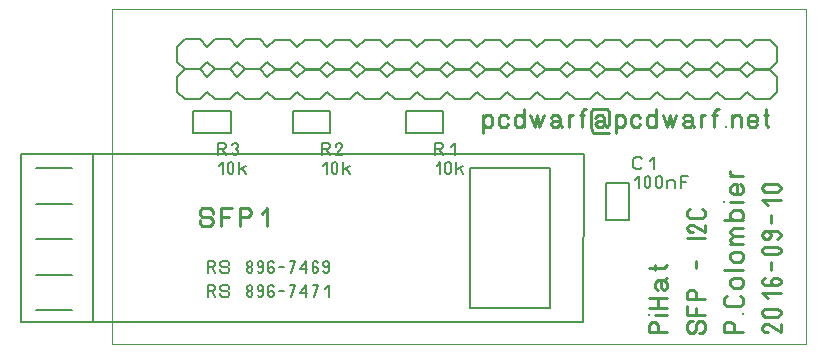
<source format=gto>
%FSLAX23Y23*%
%MOMM*%
%AMPASTRA*
21,1,$5,$6,$1+$12,$2+$13,0*
21,1,$3,$4,$1+$12,$2+$13,0*
1,1,$7,$10+$12,$11+$13*
1,1,$7,$8+$12,$11+$13*
1,1,$7,$10+$12,$9+$13*
1,1,$7,$8+$12,$9+$13*%
%ADD10C,0.3*%
%ADD11C,1*%
%ADD12C,0.2*%
%ADD13C,1.8*%
%ADD14R,1.8X1.8*%
%ADD15PASTRA,0X0X1.8X0.6X0.6X1.8X1.2X-0.3X-0.3X0.3X0.3X0X0*%
%ADD16C,0.16*%
%ADD17R,2X0.5*%
%ADD18C,2.2*%
%ADD19C,1.6*%
%ADD20C,2*%
%ADD21C,1.5*%
%ADD22C,0.8*%
%ADD23C,0.24*%
%ADD24C,1*%
%ADD25C,0.05*%
%LPD*%
G54D12*
X17680Y25650D02*
X16400Y25650D01*
G54D12*
X17680Y25650D02*
X18310Y25020D01*
G54D12*
X18310Y25020D02*
X18940Y25650D01*
G54D12*
X18940Y25650D02*
X20220Y25650D01*
G54D12*
X20220Y25650D02*
X20850Y25020D01*
G54D12*
X20850Y25020D02*
X21480Y25650D01*
G54D12*
X21480Y25650D02*
X22760Y25650D01*
G54D12*
X22760Y25650D02*
X23390Y25020D01*
G54D12*
X18310Y23740D02*
X18940Y23110D01*
G54D12*
X18940Y23110D02*
X20220Y23110D01*
G54D12*
X20220Y23110D02*
X20850Y23740D01*
G54D12*
X20850Y23740D02*
X21480Y23110D01*
G54D12*
X21480Y23110D02*
X22760Y23110D01*
G54D12*
X22760Y23110D02*
X23390Y23740D01*
G54D12*
X28470Y25000D02*
X27840Y25630D01*
G54D12*
X27840Y25630D02*
X26560Y25630D01*
G54D12*
X26560Y25630D02*
X25930Y25000D01*
G54D12*
X25930Y25000D02*
X25300Y25630D01*
G54D12*
X25300Y25630D02*
X24020Y25630D01*
G54D12*
X24020Y25630D02*
X23390Y25000D01*
G54D12*
X33550Y25000D02*
X32920Y25630D01*
G54D12*
X32920Y25630D02*
X31640Y25630D01*
G54D12*
X31640Y25630D02*
X31010Y25000D01*
G54D12*
X31010Y25000D02*
X30380Y25630D01*
G54D12*
X30380Y25630D02*
X29100Y25630D01*
G54D12*
X29100Y25630D02*
X28470Y25000D01*
G54D12*
X38630Y25000D02*
X38000Y25630D01*
G54D12*
X38000Y25630D02*
X36720Y25630D01*
G54D12*
X36720Y25630D02*
X36090Y25000D01*
G54D12*
X36090Y25000D02*
X35460Y25630D01*
G54D12*
X35460Y25630D02*
X34180Y25630D01*
G54D12*
X34180Y25630D02*
X33550Y25000D01*
G54D12*
X43710Y25000D02*
X43080Y25630D01*
G54D12*
X43080Y25630D02*
X41800Y25630D01*
G54D12*
X41800Y25630D02*
X41170Y25000D01*
G54D12*
X41170Y25000D02*
X40540Y25630D01*
G54D12*
X40540Y25630D02*
X39260Y25630D01*
G54D12*
X39260Y25630D02*
X38630Y25000D01*
G54D12*
X48790Y25000D02*
X48160Y25630D01*
G54D12*
X48160Y25630D02*
X46880Y25630D01*
G54D12*
X46880Y25630D02*
X46250Y25000D01*
G54D12*
X46250Y25000D02*
X45620Y25630D01*
G54D12*
X45620Y25630D02*
X44340Y25630D01*
G54D12*
X44340Y25630D02*
X43710Y25000D01*
G54D12*
X53870Y25000D02*
X53240Y25630D01*
G54D12*
X53240Y25630D02*
X51960Y25630D01*
G54D12*
X51960Y25630D02*
X51330Y25000D01*
G54D12*
X51330Y25000D02*
X50700Y25630D01*
G54D12*
X50700Y25630D02*
X49420Y25630D01*
G54D12*
X49420Y25630D02*
X48790Y25000D01*
G54D12*
X58950Y25000D02*
X58320Y25630D01*
G54D12*
X58320Y25630D02*
X57040Y25630D01*
G54D12*
X57040Y25630D02*
X56410Y25000D01*
G54D12*
X56410Y25000D02*
X55780Y25630D01*
G54D12*
X55780Y25630D02*
X54500Y25630D01*
G54D12*
X54500Y25630D02*
X53870Y25000D01*
G54D12*
X64030Y25000D02*
X63400Y25630D01*
G54D12*
X63400Y25630D02*
X62120Y25630D01*
G54D12*
X62120Y25630D02*
X61490Y25000D01*
G54D12*
X61490Y25000D02*
X60860Y25630D01*
G54D12*
X60860Y25630D02*
X59580Y25630D01*
G54D12*
X59580Y25630D02*
X58950Y25000D01*
G54D12*
X23390Y23760D02*
X24020Y23130D01*
G54D12*
X24020Y23130D02*
X25300Y23130D01*
G54D12*
X25300Y23130D02*
X25930Y23760D01*
G54D12*
X25930Y23760D02*
X26560Y23130D01*
G54D12*
X26560Y23130D02*
X27840Y23130D01*
G54D12*
X27840Y23130D02*
X28470Y23760D01*
G54D12*
X28470Y23760D02*
X29100Y23130D01*
G54D12*
X29100Y23130D02*
X30380Y23130D01*
G54D12*
X30380Y23130D02*
X31010Y23760D01*
G54D12*
X31010Y23760D02*
X31640Y23130D01*
G54D12*
X31640Y23130D02*
X32920Y23130D01*
G54D12*
X32920Y23130D02*
X33550Y23760D01*
G54D12*
X33550Y23760D02*
X34180Y23130D01*
G54D12*
X34180Y23130D02*
X35460Y23130D01*
G54D12*
X35460Y23130D02*
X36090Y23760D01*
G54D12*
X36090Y23760D02*
X36720Y23130D01*
G54D12*
X36720Y23130D02*
X38000Y23130D01*
G54D12*
X38000Y23130D02*
X38630Y23760D01*
G54D12*
X38630Y23760D02*
X39260Y23130D01*
G54D12*
X39260Y23130D02*
X40540Y23130D01*
G54D12*
X40540Y23130D02*
X41170Y23760D01*
G54D12*
X41170Y23760D02*
X41800Y23130D01*
G54D12*
X41800Y23130D02*
X43080Y23130D01*
G54D12*
X43080Y23130D02*
X43710Y23760D01*
G54D12*
X43710Y23760D02*
X44340Y23130D01*
G54D12*
X44340Y23130D02*
X45620Y23130D01*
G54D12*
X45620Y23130D02*
X46250Y23760D01*
G54D12*
X46250Y23760D02*
X46880Y23130D01*
G54D12*
X46880Y23130D02*
X48160Y23130D01*
G54D12*
X48160Y23130D02*
X48790Y23760D01*
G54D12*
X48790Y23760D02*
X49420Y23130D01*
G54D12*
X49420Y23130D02*
X50700Y23130D01*
G54D12*
X50700Y23130D02*
X51330Y23760D01*
G54D12*
X51330Y23760D02*
X51960Y23130D01*
G54D12*
X51960Y23130D02*
X53240Y23130D01*
G54D12*
X53240Y23130D02*
X53870Y23760D01*
G54D12*
X53870Y23760D02*
X54500Y23130D01*
G54D12*
X54500Y23130D02*
X55780Y23130D01*
G54D12*
X55780Y23130D02*
X56410Y23760D01*
G54D12*
X56410Y23760D02*
X57040Y23130D01*
G54D12*
X57040Y23130D02*
X58320Y23130D01*
G54D12*
X58320Y23130D02*
X58950Y23760D01*
G54D12*
X58950Y23760D02*
X59580Y23130D01*
G54D12*
X59580Y23130D02*
X60860Y23130D01*
G54D12*
X60860Y23130D02*
X61490Y23760D01*
G54D12*
X61490Y23760D02*
X62120Y23130D01*
G54D12*
X62120Y23130D02*
X63400Y23130D01*
G54D12*
X63400Y23130D02*
X64030Y23760D01*
G54D12*
X64030Y23760D02*
X64660Y23130D01*
G54D12*
X64660Y23130D02*
X65940Y23130D01*
G54D12*
X65940Y23130D02*
X66570Y23760D01*
G54D12*
X66570Y25000D02*
X65940Y25630D01*
G54D12*
X65940Y25630D02*
X64660Y25630D01*
G54D12*
X64660Y25630D02*
X64030Y25000D01*
G54D12*
X15770Y23760D02*
X16400Y23130D01*
G54D12*
X16400Y23130D02*
X17680Y23130D01*
G54D12*
X17680Y23130D02*
X18310Y23760D01*
G54D12*
X16400Y25650D02*
X15770Y25020D01*
G54D12*
X15770Y25020D02*
X15770Y23740D01*
G54D12*
X66570Y25020D02*
X66570Y23740D01*
G54D12*
X17680Y23110D02*
X16400Y23110D01*
G54D12*
X17680Y23110D02*
X18310Y22480D01*
G54D12*
X18310Y22480D02*
X18940Y23110D01*
G54D12*
X18940Y23110D02*
X20220Y23110D01*
G54D12*
X20220Y23110D02*
X20850Y22480D01*
G54D12*
X20850Y22480D02*
X21480Y23110D01*
G54D12*
X21480Y23110D02*
X22760Y23110D01*
G54D12*
X22760Y23110D02*
X23390Y22480D01*
G54D12*
X18310Y21200D02*
X18940Y20570D01*
G54D12*
X18940Y20570D02*
X20220Y20570D01*
G54D12*
X20220Y20570D02*
X20850Y21200D01*
G54D12*
X20850Y21200D02*
X21480Y20570D01*
G54D12*
X21480Y20570D02*
X22760Y20570D01*
G54D12*
X22760Y20570D02*
X23390Y21200D01*
G54D12*
X28470Y22460D02*
X27840Y23090D01*
G54D12*
X27840Y23090D02*
X26560Y23090D01*
G54D12*
X26560Y23090D02*
X25930Y22460D01*
G54D12*
X25930Y22460D02*
X25300Y23090D01*
G54D12*
X25300Y23090D02*
X24020Y23090D01*
G54D12*
X24020Y23090D02*
X23390Y22460D01*
G54D12*
X33550Y22460D02*
X32920Y23090D01*
G54D12*
X32920Y23090D02*
X31640Y23090D01*
G54D12*
X31640Y23090D02*
X31010Y22460D01*
G54D12*
X31010Y22460D02*
X30380Y23090D01*
G54D12*
X30380Y23090D02*
X29100Y23090D01*
G54D12*
X29100Y23090D02*
X28470Y22460D01*
G54D12*
X38630Y22460D02*
X38000Y23090D01*
G54D12*
X38000Y23090D02*
X36720Y23090D01*
G54D12*
X36720Y23090D02*
X36090Y22460D01*
G54D12*
X36090Y22460D02*
X35460Y23090D01*
G54D12*
X35460Y23090D02*
X34180Y23090D01*
G54D12*
X34180Y23090D02*
X33550Y22460D01*
G54D12*
X43710Y22460D02*
X43080Y23090D01*
G54D12*
X43080Y23090D02*
X41800Y23090D01*
G54D12*
X41800Y23090D02*
X41170Y22460D01*
G54D12*
X41170Y22460D02*
X40540Y23090D01*
G54D12*
X40540Y23090D02*
X39260Y23090D01*
G54D12*
X39260Y23090D02*
X38630Y22460D01*
G54D12*
X48790Y22460D02*
X48160Y23090D01*
G54D12*
X48160Y23090D02*
X46880Y23090D01*
G54D12*
X46880Y23090D02*
X46250Y22460D01*
G54D12*
X46250Y22460D02*
X45620Y23090D01*
G54D12*
X45620Y23090D02*
X44340Y23090D01*
G54D12*
X44340Y23090D02*
X43710Y22460D01*
G54D12*
X53870Y22460D02*
X53240Y23090D01*
G54D12*
X53240Y23090D02*
X51960Y23090D01*
G54D12*
X51960Y23090D02*
X51330Y22460D01*
G54D12*
X51330Y22460D02*
X50700Y23090D01*
G54D12*
X50700Y23090D02*
X49420Y23090D01*
G54D12*
X49420Y23090D02*
X48790Y22460D01*
G54D12*
X58950Y22460D02*
X58320Y23090D01*
G54D12*
X58320Y23090D02*
X57040Y23090D01*
G54D12*
X57040Y23090D02*
X56410Y22460D01*
G54D12*
X56410Y22460D02*
X55780Y23090D01*
G54D12*
X55780Y23090D02*
X54500Y23090D01*
G54D12*
X54500Y23090D02*
X53870Y22460D01*
G54D12*
X64030Y22460D02*
X63400Y23090D01*
G54D12*
X63400Y23090D02*
X62120Y23090D01*
G54D12*
X62120Y23090D02*
X61490Y22460D01*
G54D12*
X61490Y22460D02*
X60860Y23090D01*
G54D12*
X60860Y23090D02*
X59580Y23090D01*
G54D12*
X59580Y23090D02*
X58950Y22460D01*
G54D12*
X23390Y21220D02*
X24020Y20590D01*
G54D12*
X24020Y20590D02*
X25300Y20590D01*
G54D12*
X25300Y20590D02*
X25930Y21220D01*
G54D12*
X25930Y21220D02*
X26560Y20590D01*
G54D12*
X26560Y20590D02*
X27840Y20590D01*
G54D12*
X27840Y20590D02*
X28470Y21220D01*
G54D12*
X28470Y21220D02*
X29100Y20590D01*
G54D12*
X29100Y20590D02*
X30380Y20590D01*
G54D12*
X30380Y20590D02*
X31010Y21220D01*
G54D12*
X31010Y21220D02*
X31640Y20590D01*
G54D12*
X31640Y20590D02*
X32920Y20590D01*
G54D12*
X32920Y20590D02*
X33550Y21220D01*
G54D12*
X33550Y21220D02*
X34180Y20590D01*
G54D12*
X34180Y20590D02*
X35460Y20590D01*
G54D12*
X35460Y20590D02*
X36090Y21220D01*
G54D12*
X36090Y21220D02*
X36720Y20590D01*
G54D12*
X36720Y20590D02*
X38000Y20590D01*
G54D12*
X38000Y20590D02*
X38630Y21220D01*
G54D12*
X38630Y21220D02*
X39260Y20590D01*
G54D12*
X39260Y20590D02*
X40540Y20590D01*
G54D12*
X40540Y20590D02*
X41170Y21220D01*
G54D12*
X41170Y21220D02*
X41800Y20590D01*
G54D12*
X41800Y20590D02*
X43080Y20590D01*
G54D12*
X43080Y20590D02*
X43710Y21220D01*
G54D12*
X43710Y21220D02*
X44340Y20590D01*
G54D12*
X44340Y20590D02*
X45620Y20590D01*
G54D12*
X45620Y20590D02*
X46250Y21220D01*
G54D12*
X46250Y21220D02*
X46880Y20590D01*
G54D12*
X46880Y20590D02*
X48160Y20590D01*
G54D12*
X48160Y20590D02*
X48790Y21220D01*
G54D12*
X48790Y21220D02*
X49420Y20590D01*
G54D12*
X49420Y20590D02*
X50700Y20590D01*
G54D12*
X50700Y20590D02*
X51330Y21220D01*
G54D12*
X51330Y21220D02*
X51960Y20590D01*
G54D12*
X51960Y20590D02*
X53240Y20590D01*
G54D12*
X53240Y20590D02*
X53870Y21220D01*
G54D12*
X53870Y21220D02*
X54500Y20590D01*
G54D12*
X54500Y20590D02*
X55780Y20590D01*
G54D12*
X55780Y20590D02*
X56410Y21220D01*
G54D12*
X56410Y21220D02*
X57040Y20590D01*
G54D12*
X57040Y20590D02*
X58320Y20590D01*
G54D12*
X58320Y20590D02*
X58950Y21220D01*
G54D12*
X58950Y21220D02*
X59580Y20590D01*
G54D12*
X59580Y20590D02*
X60860Y20590D01*
G54D12*
X60860Y20590D02*
X61490Y21220D01*
G54D12*
X61490Y21220D02*
X62120Y20590D01*
G54D12*
X62120Y20590D02*
X63400Y20590D01*
G54D12*
X63400Y20590D02*
X64030Y21220D01*
G54D12*
X64030Y21220D02*
X64660Y20590D01*
G54D12*
X64660Y20590D02*
X65940Y20590D01*
G54D12*
X65940Y20590D02*
X66570Y21220D01*
G54D12*
X66570Y22460D02*
X65940Y23090D01*
G54D12*
X65940Y23090D02*
X64660Y23090D01*
G54D12*
X64660Y23090D02*
X64030Y22460D01*
G54D12*
X15770Y21220D02*
X16400Y20590D01*
G54D12*
X16400Y20590D02*
X17680Y20590D01*
G54D12*
X17680Y20590D02*
X18310Y21220D01*
G54D12*
X16400Y23110D02*
X15770Y22480D01*
G54D12*
X15770Y22480D02*
X15770Y21200D01*
G54D12*
X66570Y22480D02*
X66570Y21200D01*
G54D12*
X53990Y13530D02*
X53990Y10350D01*
G54D12*
X52090Y10340D02*
X53990Y10350D01*
G54D12*
X52090Y10340D02*
X52090Y13520D01*
G54D12*
X52090Y13520D02*
X53990Y13530D01*
G54D16*
X55090Y15500D02*
X54920Y15670D01*
G54D16*
X54920Y15670D02*
X54580Y15670D01*
G54D16*
X54580Y15670D02*
X54410Y15500D01*
G54D16*
X54410Y15500D02*
X54410Y14820D01*
G54D16*
X54410Y14820D02*
X54580Y14650D01*
G54D16*
X54580Y14650D02*
X54920Y14650D01*
G54D16*
X54920Y14650D02*
X55090Y14820D01*
G54D16*
X55770Y15330D02*
X56110Y15670D01*
G54D16*
X56110Y15670D02*
X56110Y14650D01*
G54D16*
X54560Y13730D02*
X54880Y14070D01*
G54D16*
X54880Y14070D02*
X54880Y13050D01*
G54D16*
X55360Y13900D02*
X55360Y13220D01*
G54D16*
X55360Y13220D02*
X55520Y13050D01*
G54D16*
X55520Y13050D02*
X55680Y13050D01*
G54D16*
X55680Y13050D02*
X55840Y13220D01*
G54D16*
X55840Y13220D02*
X55840Y13900D01*
G54D16*
X55840Y13900D02*
X55680Y14070D01*
G54D16*
X55680Y14070D02*
X55520Y14070D01*
G54D16*
X55520Y14070D02*
X55360Y13900D01*
G54D16*
X56320Y13900D02*
X56320Y13220D01*
G54D16*
X56320Y13220D02*
X56480Y13050D01*
G54D16*
X56480Y13050D02*
X56640Y13050D01*
G54D16*
X56640Y13050D02*
X56800Y13220D01*
G54D16*
X56800Y13220D02*
X56800Y13900D01*
G54D16*
X56800Y13900D02*
X56640Y14070D01*
G54D16*
X56640Y14070D02*
X56480Y14070D01*
G54D16*
X56480Y14070D02*
X56320Y13900D01*
G54D16*
X57280Y13730D02*
X57280Y13050D01*
G54D16*
X57280Y13560D02*
X57440Y13730D01*
G54D16*
X57440Y13730D02*
X57760Y13730D01*
G54D16*
X57760Y13730D02*
X57920Y13560D01*
G54D16*
X57920Y13560D02*
X57920Y13050D01*
G54D16*
X59040Y14070D02*
X58400Y14070D01*
G54D16*
X58400Y14070D02*
X58400Y13050D01*
G54D16*
X58400Y13560D02*
X58880Y13560D01*
G54D12*
X38320Y17690D02*
X35150Y17690D01*
G54D12*
X35150Y19590D02*
X35150Y17690D01*
G54D12*
X38320Y19590D02*
X35150Y19590D01*
G54D12*
X38320Y17690D02*
X38320Y19590D01*
G54D16*
X37610Y15850D02*
X37610Y16870D01*
G54D16*
X37610Y16870D02*
X38120Y16870D01*
G54D16*
X38120Y16870D02*
X38290Y16700D01*
G54D16*
X38290Y16700D02*
X38290Y16530D01*
G54D16*
X38290Y16530D02*
X38120Y16360D01*
G54D16*
X38120Y16360D02*
X37610Y16360D01*
G54D16*
X37950Y16360D02*
X38290Y15850D01*
G54D16*
X38970Y16530D02*
X39310Y16870D01*
G54D16*
X39310Y16870D02*
X39310Y15850D01*
G54D16*
X37740Y14930D02*
X38040Y15270D01*
G54D16*
X38040Y15270D02*
X38040Y14250D01*
G54D16*
X38490Y15100D02*
X38490Y14420D01*
G54D16*
X38490Y14420D02*
X38640Y14250D01*
G54D16*
X38640Y14250D02*
X38790Y14250D01*
G54D16*
X38790Y14250D02*
X38940Y14420D01*
G54D16*
X38940Y14420D02*
X38940Y15100D01*
G54D16*
X38940Y15100D02*
X38790Y15270D01*
G54D16*
X38790Y15270D02*
X38640Y15270D01*
G54D16*
X38640Y15270D02*
X38490Y15100D01*
G54D16*
X39390Y15270D02*
X39390Y14250D01*
G54D16*
X39390Y14590D02*
X39990Y14930D01*
G54D16*
X39690Y14760D02*
X39990Y14250D01*
G54D12*
X28720Y17690D02*
X25550Y17690D01*
G54D12*
X25550Y19590D02*
X25550Y17690D01*
G54D12*
X28720Y19590D02*
X25550Y19590D01*
G54D12*
X28720Y17690D02*
X28720Y19590D01*
G54D16*
X28010Y15850D02*
X28010Y16870D01*
G54D16*
X28010Y16870D02*
X28520Y16870D01*
G54D16*
X28520Y16870D02*
X28690Y16700D01*
G54D16*
X28690Y16700D02*
X28690Y16530D01*
G54D16*
X28690Y16530D02*
X28520Y16360D01*
G54D16*
X28520Y16360D02*
X28010Y16360D01*
G54D16*
X28350Y16360D02*
X28690Y15850D01*
G54D16*
X29200Y16530D02*
X29200Y16700D01*
G54D16*
X29200Y16700D02*
X29370Y16870D01*
G54D16*
X29370Y16870D02*
X29540Y16870D01*
G54D16*
X29540Y16870D02*
X29710Y16700D01*
G54D16*
X29710Y16700D02*
X29710Y16530D01*
G54D16*
X29710Y16530D02*
X29200Y15850D01*
G54D16*
X29200Y15850D02*
X29710Y15850D01*
G54D16*
X28140Y14930D02*
X28440Y15270D01*
G54D16*
X28440Y15270D02*
X28440Y14250D01*
G54D16*
X28890Y15100D02*
X28890Y14420D01*
G54D16*
X28890Y14420D02*
X29040Y14250D01*
G54D16*
X29040Y14250D02*
X29190Y14250D01*
G54D16*
X29190Y14250D02*
X29340Y14420D01*
G54D16*
X29340Y14420D02*
X29340Y15100D01*
G54D16*
X29340Y15100D02*
X29190Y15270D01*
G54D16*
X29190Y15270D02*
X29040Y15270D01*
G54D16*
X29040Y15270D02*
X28890Y15100D01*
G54D16*
X29790Y15270D02*
X29790Y14250D01*
G54D16*
X29790Y14590D02*
X30390Y14930D01*
G54D16*
X30090Y14760D02*
X30390Y14250D01*
G54D12*
X20320Y17690D02*
X17150Y17690D01*
G54D12*
X17150Y19590D02*
X17150Y17690D01*
G54D12*
X20320Y19590D02*
X17150Y19590D01*
G54D12*
X20320Y17690D02*
X20320Y19590D01*
G54D16*
X19210Y15850D02*
X19210Y16870D01*
G54D16*
X19210Y16870D02*
X19720Y16870D01*
G54D16*
X19720Y16870D02*
X19890Y16700D01*
G54D16*
X19890Y16700D02*
X19890Y16530D01*
G54D16*
X19890Y16530D02*
X19720Y16360D01*
G54D16*
X19720Y16360D02*
X19210Y16360D01*
G54D16*
X19550Y16360D02*
X19890Y15850D01*
G54D16*
X20400Y16700D02*
X20570Y16870D01*
G54D16*
X20570Y16870D02*
X20740Y16870D01*
G54D16*
X20740Y16870D02*
X20910Y16700D01*
G54D16*
X20910Y16700D02*
X20910Y16530D01*
G54D16*
X20910Y16530D02*
X20740Y16360D01*
G54D16*
X20740Y16360D02*
X20910Y16190D01*
G54D16*
X20910Y16190D02*
X20910Y16020D01*
G54D16*
X20910Y16020D02*
X20740Y15850D01*
G54D16*
X20740Y15850D02*
X20570Y15850D01*
G54D16*
X20570Y15850D02*
X20400Y16020D01*
G54D16*
X19340Y14930D02*
X19640Y15270D01*
G54D16*
X19640Y15270D02*
X19640Y14250D01*
G54D16*
X20090Y15100D02*
X20090Y14420D01*
G54D16*
X20090Y14420D02*
X20240Y14250D01*
G54D16*
X20240Y14250D02*
X20390Y14250D01*
G54D16*
X20390Y14250D02*
X20540Y14420D01*
G54D16*
X20540Y14420D02*
X20540Y15100D01*
G54D16*
X20540Y15100D02*
X20390Y15270D01*
G54D16*
X20390Y15270D02*
X20240Y15270D01*
G54D16*
X20240Y15270D02*
X20090Y15100D01*
G54D16*
X20990Y15270D02*
X20990Y14250D01*
G54D16*
X20990Y14590D02*
X21590Y14930D01*
G54D16*
X21290Y14760D02*
X21590Y14250D01*
G54D12*
X45540Y2940D02*
X47340Y2940D01*
G54D12*
X47340Y12840D02*
X47340Y2940D01*
G54D12*
X47340Y12840D02*
X47340Y14740D01*
G54D12*
X47340Y14740D02*
X40540Y14740D01*
G54D12*
X40540Y14740D02*
X40540Y2940D01*
G54D12*
X42340Y2940D02*
X40540Y2940D01*
G54D12*
X42340Y2940D02*
X45540Y2940D01*
G54D12*
X48140Y1740D02*
X8640Y1740D01*
G54D12*
X48140Y1740D02*
X50140Y1740D01*
G54D12*
X8640Y15940D02*
X50240Y15940D01*
G54D12*
X50140Y1740D02*
X50240Y15940D01*
G54D12*
X8640Y1740D02*
X8640Y15940D01*
G54D12*
X8640Y1740D02*
X2540Y1740D01*
G54D12*
X2540Y15940D02*
X2540Y1740D01*
G54D12*
X8640Y15940D02*
X2540Y15940D01*
G54D12*
X6840Y8740D02*
X3840Y8740D01*
G54D12*
X6840Y14740D02*
X3840Y14740D01*
G54D12*
X6840Y11740D02*
X3840Y11740D01*
G54D12*
X6840Y5740D02*
X3840Y5740D01*
G54D12*
X6840Y2740D02*
X3840Y2740D01*
G54D23*
X18820Y10860D02*
X18820Y11120D01*
G54D23*
X18820Y11120D02*
X18590Y11380D01*
G54D23*
X18590Y11380D02*
X17900Y11380D01*
G54D23*
X17900Y11380D02*
X17670Y11120D01*
G54D23*
X17670Y11120D02*
X17670Y10860D01*
G54D23*
X17670Y10860D02*
X17900Y10600D01*
G54D23*
X17900Y10600D02*
X18590Y10600D01*
G54D23*
X18590Y10600D02*
X18820Y10340D01*
G54D23*
X18820Y10340D02*
X18820Y10080D01*
G54D23*
X18820Y10080D02*
X18590Y9820D01*
G54D23*
X18590Y9820D02*
X17900Y9820D01*
G54D23*
X17900Y9820D02*
X17670Y10080D01*
G54D23*
X17670Y10080D02*
X17670Y10340D01*
G54D23*
X20430Y11380D02*
X19510Y11380D01*
G54D23*
X19510Y11380D02*
X19510Y9820D01*
G54D23*
X19510Y10600D02*
X20200Y10600D01*
G54D23*
X21120Y9820D02*
X21120Y11380D01*
G54D23*
X21120Y11380D02*
X21810Y11380D01*
G54D23*
X21810Y11380D02*
X22040Y11120D01*
G54D23*
X22040Y11120D02*
X22040Y10860D01*
G54D23*
X22040Y10860D02*
X21810Y10600D01*
G54D23*
X21810Y10600D02*
X21120Y10600D01*
G54D23*
X22960Y10860D02*
X23420Y11380D01*
G54D23*
X23420Y11380D02*
X23420Y9820D01*
G54D16*
X18390Y5850D02*
X18390Y6870D01*
G54D16*
X18390Y6870D02*
X18840Y6870D01*
G54D16*
X18840Y6870D02*
X18990Y6700D01*
G54D16*
X18990Y6700D02*
X18990Y6530D01*
G54D16*
X18990Y6530D02*
X18840Y6360D01*
G54D16*
X18840Y6360D02*
X18390Y6360D01*
G54D16*
X18690Y6360D02*
X18990Y5850D01*
G54D16*
X20190Y6530D02*
X20190Y6700D01*
G54D16*
X20190Y6700D02*
X20040Y6870D01*
G54D16*
X20040Y6870D02*
X19590Y6870D01*
G54D16*
X19590Y6870D02*
X19440Y6700D01*
G54D16*
X19440Y6700D02*
X19440Y6530D01*
G54D16*
X19440Y6530D02*
X19590Y6360D01*
G54D16*
X19590Y6360D02*
X20040Y6360D01*
G54D16*
X20040Y6360D02*
X20190Y6190D01*
G54D16*
X20190Y6190D02*
X20190Y6020D01*
G54D16*
X20190Y6020D02*
X20040Y5850D01*
G54D16*
X20040Y5850D02*
X19590Y5850D01*
G54D16*
X19590Y5850D02*
X19440Y6020D01*
G54D16*
X19440Y6020D02*
X19440Y6190D01*
G54D16*
X21840Y6870D02*
X21690Y6700D01*
G54D16*
X21690Y6700D02*
X21690Y6530D01*
G54D16*
X21690Y6530D02*
X21840Y6360D01*
G54D16*
X21840Y6360D02*
X21990Y6360D01*
G54D16*
X21990Y6360D02*
X22140Y6530D01*
G54D16*
X22140Y6530D02*
X22140Y6700D01*
G54D16*
X22140Y6700D02*
X21990Y6870D01*
G54D16*
X21990Y6870D02*
X21840Y6870D01*
G54D16*
X21840Y6360D02*
X21690Y6190D01*
G54D16*
X21690Y6190D02*
X21690Y6020D01*
G54D16*
X21690Y6020D02*
X21840Y5850D01*
G54D16*
X21840Y5850D02*
X21990Y5850D01*
G54D16*
X21990Y5850D02*
X22140Y6020D01*
G54D16*
X22140Y6020D02*
X22140Y6190D01*
G54D16*
X22140Y6190D02*
X21990Y6360D01*
G54D16*
X22590Y6020D02*
X22740Y5850D01*
G54D16*
X22740Y5850D02*
X22890Y5850D01*
G54D16*
X22890Y5850D02*
X23040Y6020D01*
G54D16*
X23040Y6020D02*
X23040Y6700D01*
G54D16*
X23040Y6700D02*
X22890Y6870D01*
G54D16*
X22890Y6870D02*
X22740Y6870D01*
G54D16*
X22740Y6870D02*
X22590Y6700D01*
G54D16*
X22590Y6700D02*
X22590Y6530D01*
G54D16*
X22590Y6530D02*
X22740Y6360D01*
G54D16*
X22740Y6360D02*
X22890Y6360D01*
G54D16*
X22890Y6360D02*
X23040Y6530D01*
G54D16*
X23940Y6700D02*
X23790Y6870D01*
G54D16*
X23790Y6870D02*
X23640Y6870D01*
G54D16*
X23640Y6870D02*
X23490Y6700D01*
G54D16*
X23490Y6700D02*
X23490Y6020D01*
G54D16*
X23490Y6020D02*
X23640Y5850D01*
G54D16*
X23640Y5850D02*
X23790Y5850D01*
G54D16*
X23790Y5850D02*
X23940Y6020D01*
G54D16*
X23940Y6020D02*
X23940Y6190D01*
G54D16*
X23940Y6190D02*
X23790Y6360D01*
G54D16*
X23790Y6360D02*
X23640Y6360D01*
G54D16*
X23640Y6360D02*
X23490Y6190D01*
G54D16*
X24390Y6360D02*
X24840Y6360D01*
G54D16*
X25290Y6870D02*
X25740Y6870D01*
G54D16*
X25740Y6870D02*
X25440Y5850D01*
G54D16*
X26640Y5850D02*
X26640Y6870D01*
G54D16*
X26640Y6870D02*
X26190Y6190D01*
G54D16*
X26190Y6190D02*
X26790Y6190D01*
G54D16*
X27690Y6700D02*
X27540Y6870D01*
G54D16*
X27540Y6870D02*
X27390Y6870D01*
G54D16*
X27390Y6870D02*
X27240Y6700D01*
G54D16*
X27240Y6700D02*
X27240Y6020D01*
G54D16*
X27240Y6020D02*
X27390Y5850D01*
G54D16*
X27390Y5850D02*
X27540Y5850D01*
G54D16*
X27540Y5850D02*
X27690Y6020D01*
G54D16*
X27690Y6020D02*
X27690Y6190D01*
G54D16*
X27690Y6190D02*
X27540Y6360D01*
G54D16*
X27540Y6360D02*
X27390Y6360D01*
G54D16*
X27390Y6360D02*
X27240Y6190D01*
G54D16*
X28140Y6020D02*
X28290Y5850D01*
G54D16*
X28290Y5850D02*
X28440Y5850D01*
G54D16*
X28440Y5850D02*
X28590Y6020D01*
G54D16*
X28590Y6020D02*
X28590Y6700D01*
G54D16*
X28590Y6700D02*
X28440Y6870D01*
G54D16*
X28440Y6870D02*
X28290Y6870D01*
G54D16*
X28290Y6870D02*
X28140Y6700D01*
G54D16*
X28140Y6700D02*
X28140Y6530D01*
G54D16*
X28140Y6530D02*
X28290Y6360D01*
G54D16*
X28290Y6360D02*
X28440Y6360D01*
G54D16*
X28440Y6360D02*
X28590Y6530D01*
G54D16*
X18390Y3850D02*
X18390Y4870D01*
G54D16*
X18390Y4870D02*
X18840Y4870D01*
G54D16*
X18840Y4870D02*
X18990Y4700D01*
G54D16*
X18990Y4700D02*
X18990Y4530D01*
G54D16*
X18990Y4530D02*
X18840Y4360D01*
G54D16*
X18840Y4360D02*
X18390Y4360D01*
G54D16*
X18690Y4360D02*
X18990Y3850D01*
G54D16*
X20190Y4530D02*
X20190Y4700D01*
G54D16*
X20190Y4700D02*
X20040Y4870D01*
G54D16*
X20040Y4870D02*
X19590Y4870D01*
G54D16*
X19590Y4870D02*
X19440Y4700D01*
G54D16*
X19440Y4700D02*
X19440Y4530D01*
G54D16*
X19440Y4530D02*
X19590Y4360D01*
G54D16*
X19590Y4360D02*
X20040Y4360D01*
G54D16*
X20040Y4360D02*
X20190Y4190D01*
G54D16*
X20190Y4190D02*
X20190Y4020D01*
G54D16*
X20190Y4020D02*
X20040Y3850D01*
G54D16*
X20040Y3850D02*
X19590Y3850D01*
G54D16*
X19590Y3850D02*
X19440Y4020D01*
G54D16*
X19440Y4020D02*
X19440Y4190D01*
G54D16*
X21840Y4870D02*
X21690Y4700D01*
G54D16*
X21690Y4700D02*
X21690Y4530D01*
G54D16*
X21690Y4530D02*
X21840Y4360D01*
G54D16*
X21840Y4360D02*
X21990Y4360D01*
G54D16*
X21990Y4360D02*
X22140Y4530D01*
G54D16*
X22140Y4530D02*
X22140Y4700D01*
G54D16*
X22140Y4700D02*
X21990Y4870D01*
G54D16*
X21990Y4870D02*
X21840Y4870D01*
G54D16*
X21840Y4360D02*
X21690Y4190D01*
G54D16*
X21690Y4190D02*
X21690Y4020D01*
G54D16*
X21690Y4020D02*
X21840Y3850D01*
G54D16*
X21840Y3850D02*
X21990Y3850D01*
G54D16*
X21990Y3850D02*
X22140Y4020D01*
G54D16*
X22140Y4020D02*
X22140Y4190D01*
G54D16*
X22140Y4190D02*
X21990Y4360D01*
G54D16*
X22590Y4020D02*
X22740Y3850D01*
G54D16*
X22740Y3850D02*
X22890Y3850D01*
G54D16*
X22890Y3850D02*
X23040Y4020D01*
G54D16*
X23040Y4020D02*
X23040Y4700D01*
G54D16*
X23040Y4700D02*
X22890Y4870D01*
G54D16*
X22890Y4870D02*
X22740Y4870D01*
G54D16*
X22740Y4870D02*
X22590Y4700D01*
G54D16*
X22590Y4700D02*
X22590Y4530D01*
G54D16*
X22590Y4530D02*
X22740Y4360D01*
G54D16*
X22740Y4360D02*
X22890Y4360D01*
G54D16*
X22890Y4360D02*
X23040Y4530D01*
G54D16*
X23940Y4700D02*
X23790Y4870D01*
G54D16*
X23790Y4870D02*
X23640Y4870D01*
G54D16*
X23640Y4870D02*
X23490Y4700D01*
G54D16*
X23490Y4700D02*
X23490Y4020D01*
G54D16*
X23490Y4020D02*
X23640Y3850D01*
G54D16*
X23640Y3850D02*
X23790Y3850D01*
G54D16*
X23790Y3850D02*
X23940Y4020D01*
G54D16*
X23940Y4020D02*
X23940Y4190D01*
G54D16*
X23940Y4190D02*
X23790Y4360D01*
G54D16*
X23790Y4360D02*
X23640Y4360D01*
G54D16*
X23640Y4360D02*
X23490Y4190D01*
G54D16*
X24390Y4360D02*
X24840Y4360D01*
G54D16*
X25290Y4870D02*
X25740Y4870D01*
G54D16*
X25740Y4870D02*
X25440Y3850D01*
G54D16*
X26640Y3850D02*
X26640Y4870D01*
G54D16*
X26640Y4870D02*
X26190Y4190D01*
G54D16*
X26190Y4190D02*
X26790Y4190D01*
G54D16*
X27240Y4870D02*
X27690Y4870D01*
G54D16*
X27690Y4870D02*
X27390Y3850D01*
G54D16*
X28290Y4530D02*
X28590Y4870D01*
G54D16*
X28590Y4870D02*
X28590Y3850D01*
G54D25*
X10240Y28240D02*
X69040Y28240D01*
G54D25*
X69040Y-00160D02*
X69040Y28240D01*
G54D25*
X10240Y-00160D02*
X69040Y-00160D01*
G54D25*
X10240Y28240D02*
X10240Y-00160D01*
G54D23*
X57260Y850D02*
X55700Y850D01*
G54D23*
X55700Y850D02*
X55700Y1480D01*
G54D23*
X55700Y1480D02*
X55960Y1690D01*
G54D23*
X55960Y1690D02*
X56220Y1690D01*
G54D23*
X56220Y1690D02*
X56480Y1480D01*
G54D23*
X56480Y1480D02*
X56480Y850D01*
G54D23*
X55700Y2320D03*
G54D23*
X56220Y2320D02*
X57260Y2320D01*
G54D23*
X55700Y2950D02*
X57260Y2950D01*
G54D23*
X55700Y3790D02*
X57260Y3790D01*
G54D23*
X56480Y2950D02*
X56480Y3790D01*
G54D23*
X56480Y4420D02*
X56220Y4630D01*
G54D23*
X56220Y4630D02*
X56220Y5050D01*
G54D23*
X56220Y5050D02*
X56480Y5260D01*
G54D23*
X56480Y5260D02*
X57000Y5260D01*
G54D23*
X57000Y5260D02*
X57260Y5470D01*
G54D23*
X57000Y5260D02*
X57260Y5050D01*
G54D23*
X57260Y5050D02*
X57260Y4630D01*
G54D23*
X57260Y4630D02*
X57000Y4420D01*
G54D23*
X57000Y4420D02*
X56740Y4630D01*
G54D23*
X56740Y4630D02*
X56740Y5260D01*
G54D23*
X55700Y6310D02*
X57000Y6310D01*
G54D23*
X57000Y6310D02*
X57260Y6520D01*
G54D23*
X56220Y6100D02*
X56220Y6520D01*
G54D23*
X41690Y19260D02*
X41690Y17700D01*
G54D23*
X41690Y19000D02*
X41880Y19260D01*
G54D23*
X41880Y19260D02*
X42260Y19260D01*
G54D23*
X42260Y19260D02*
X42450Y19000D01*
G54D23*
X42450Y19000D02*
X42450Y18480D01*
G54D23*
X42450Y18480D02*
X42260Y18220D01*
G54D23*
X42260Y18220D02*
X41880Y18220D01*
G54D23*
X41880Y18220D02*
X41690Y18480D01*
G54D23*
X43780Y19000D02*
X43590Y19260D01*
G54D23*
X43590Y19260D02*
X43210Y19260D01*
G54D23*
X43210Y19260D02*
X43020Y19000D01*
G54D23*
X43020Y19000D02*
X43020Y18480D01*
G54D23*
X43020Y18480D02*
X43210Y18220D01*
G54D23*
X43210Y18220D02*
X43590Y18220D01*
G54D23*
X43590Y18220D02*
X43780Y18480D01*
G54D23*
X45110Y19780D02*
X45110Y18220D01*
G54D23*
X45110Y19000D02*
X44920Y19260D01*
G54D23*
X44920Y19260D02*
X44540Y19260D01*
G54D23*
X44540Y19260D02*
X44350Y19000D01*
G54D23*
X44350Y19000D02*
X44350Y18480D01*
G54D23*
X44350Y18480D02*
X44540Y18220D01*
G54D23*
X44540Y18220D02*
X44920Y18220D01*
G54D23*
X44920Y18220D02*
X45110Y18480D01*
G54D23*
X45680Y19260D02*
X46060Y18220D01*
G54D23*
X46060Y18220D02*
X46250Y19260D01*
G54D23*
X46250Y19260D02*
X46440Y18220D01*
G54D23*
X46440Y18220D02*
X46820Y19260D01*
G54D23*
X47390Y19000D02*
X47580Y19260D01*
G54D23*
X47580Y19260D02*
X47960Y19260D01*
G54D23*
X47960Y19260D02*
X48150Y19000D01*
G54D23*
X48150Y19000D02*
X48150Y18480D01*
G54D23*
X48150Y18480D02*
X48340Y18220D01*
G54D23*
X48150Y18480D02*
X47960Y18220D01*
G54D23*
X47960Y18220D02*
X47580Y18220D01*
G54D23*
X47580Y18220D02*
X47390Y18480D01*
G54D23*
X47390Y18480D02*
X47580Y18740D01*
G54D23*
X47580Y18740D02*
X48150Y18740D01*
G54D23*
X48910Y19260D02*
X48910Y18220D01*
G54D23*
X48910Y19000D02*
X49100Y19260D01*
G54D23*
X49100Y19260D02*
X49290Y19260D01*
G54D23*
X50430Y19780D02*
X50240Y19780D01*
G54D23*
X50240Y19780D02*
X50050Y19520D01*
G54D23*
X50050Y19520D02*
X50050Y18220D01*
G54D23*
X49860Y19260D02*
X50240Y19260D01*
G54D23*
X51190Y19000D02*
X51380Y19260D01*
G54D23*
X51380Y19260D02*
X51760Y19260D01*
G54D23*
X51760Y19260D02*
X51950Y19000D01*
G54D23*
X51950Y19000D02*
X51950Y18480D01*
G54D23*
X51950Y18480D02*
X52140Y18220D01*
G54D23*
X51950Y18480D02*
X51760Y18220D01*
G54D23*
X51760Y18220D02*
X51380Y18220D01*
G54D23*
X51380Y18220D02*
X51190Y18480D01*
G54D23*
X51190Y18480D02*
X51380Y18740D01*
G54D23*
X51380Y18740D02*
X51950Y18740D01*
G54D23*
X52140Y18220D02*
X52330Y18480D01*
G54D23*
X52330Y18480D02*
X52330Y19520D01*
G54D23*
X52330Y19520D02*
X52140Y19780D01*
G54D23*
X52140Y19780D02*
X51000Y19780D01*
G54D23*
X51000Y19780D02*
X50810Y19520D01*
G54D23*
X50810Y19520D02*
X50810Y18220D01*
G54D23*
X50810Y18220D02*
X51000Y17700D01*
G54D23*
X51000Y17700D02*
X52330Y17700D01*
G54D23*
X52900Y19260D02*
X52900Y17700D01*
G54D23*
X52900Y19000D02*
X53090Y19260D01*
G54D23*
X53090Y19260D02*
X53470Y19260D01*
G54D23*
X53470Y19260D02*
X53660Y19000D01*
G54D23*
X53660Y19000D02*
X53660Y18480D01*
G54D23*
X53660Y18480D02*
X53470Y18220D01*
G54D23*
X53470Y18220D02*
X53090Y18220D01*
G54D23*
X53090Y18220D02*
X52900Y18480D01*
G54D23*
X54990Y19000D02*
X54800Y19260D01*
G54D23*
X54800Y19260D02*
X54420Y19260D01*
G54D23*
X54420Y19260D02*
X54230Y19000D01*
G54D23*
X54230Y19000D02*
X54230Y18480D01*
G54D23*
X54230Y18480D02*
X54420Y18220D01*
G54D23*
X54420Y18220D02*
X54800Y18220D01*
G54D23*
X54800Y18220D02*
X54990Y18480D01*
G54D23*
X56320Y19780D02*
X56320Y18220D01*
G54D23*
X56320Y19000D02*
X56130Y19260D01*
G54D23*
X56130Y19260D02*
X55750Y19260D01*
G54D23*
X55750Y19260D02*
X55560Y19000D01*
G54D23*
X55560Y19000D02*
X55560Y18480D01*
G54D23*
X55560Y18480D02*
X55750Y18220D01*
G54D23*
X55750Y18220D02*
X56130Y18220D01*
G54D23*
X56130Y18220D02*
X56320Y18480D01*
G54D23*
X56890Y19260D02*
X57270Y18220D01*
G54D23*
X57270Y18220D02*
X57460Y19260D01*
G54D23*
X57460Y19260D02*
X57650Y18220D01*
G54D23*
X57650Y18220D02*
X58030Y19260D01*
G54D23*
X58600Y19000D02*
X58790Y19260D01*
G54D23*
X58790Y19260D02*
X59170Y19260D01*
G54D23*
X59170Y19260D02*
X59360Y19000D01*
G54D23*
X59360Y19000D02*
X59360Y18480D01*
G54D23*
X59360Y18480D02*
X59550Y18220D01*
G54D23*
X59360Y18480D02*
X59170Y18220D01*
G54D23*
X59170Y18220D02*
X58790Y18220D01*
G54D23*
X58790Y18220D02*
X58600Y18480D01*
G54D23*
X58600Y18480D02*
X58790Y18740D01*
G54D23*
X58790Y18740D02*
X59360Y18740D01*
G54D23*
X60120Y19260D02*
X60120Y18220D01*
G54D23*
X60120Y19000D02*
X60310Y19260D01*
G54D23*
X60310Y19260D02*
X60500Y19260D01*
G54D23*
X61640Y19780D02*
X61450Y19780D01*
G54D23*
X61450Y19780D02*
X61260Y19520D01*
G54D23*
X61260Y19520D02*
X61260Y18220D01*
G54D23*
X61070Y19260D02*
X61450Y19260D01*
G54D23*
X62210Y18220D03*
G54D23*
X62780Y19260D02*
X62780Y18220D01*
G54D23*
X62780Y19000D02*
X62970Y19260D01*
G54D23*
X62970Y19260D02*
X63350Y19260D01*
G54D23*
X63350Y19260D02*
X63540Y19000D01*
G54D23*
X63540Y19000D02*
X63540Y18220D01*
G54D23*
X64110Y18740D02*
X64870Y18740D01*
G54D23*
X64870Y18740D02*
X64870Y19000D01*
G54D23*
X64870Y19000D02*
X64680Y19260D01*
G54D23*
X64680Y19260D02*
X64300Y19260D01*
G54D23*
X64300Y19260D02*
X64110Y19000D01*
G54D23*
X64110Y19000D02*
X64110Y18480D01*
G54D23*
X64110Y18480D02*
X64300Y18220D01*
G54D23*
X64300Y18220D02*
X64680Y18220D01*
G54D23*
X64680Y18220D02*
X64870Y18480D01*
G54D23*
X65630Y19780D02*
X65630Y18480D01*
G54D23*
X65630Y18480D02*
X65820Y18220D01*
G54D23*
X65440Y19260D02*
X65820Y19260D01*
G54D23*
X63660Y870D02*
X62100Y870D01*
G54D23*
X62100Y870D02*
X62100Y1530D01*
G54D23*
X62100Y1530D02*
X62360Y1750D01*
G54D23*
X62360Y1750D02*
X62620Y1750D01*
G54D23*
X62620Y1750D02*
X62880Y1530D01*
G54D23*
X62880Y1530D02*
X62880Y870D01*
G54D23*
X63660Y2410D03*
G54D23*
X62360Y3950D02*
X62100Y3730D01*
G54D23*
X62100Y3730D02*
X62100Y3290D01*
G54D23*
X62100Y3290D02*
X62360Y3070D01*
G54D23*
X62360Y3070D02*
X63400Y3070D01*
G54D23*
X63400Y3070D02*
X63660Y3290D01*
G54D23*
X63660Y3290D02*
X63660Y3730D01*
G54D23*
X63660Y3730D02*
X63400Y3950D01*
G54D23*
X62880Y4610D02*
X63400Y4610D01*
G54D23*
X63400Y4610D02*
X63660Y4830D01*
G54D23*
X63660Y4830D02*
X63660Y5270D01*
G54D23*
X63660Y5270D02*
X63400Y5490D01*
G54D23*
X63400Y5490D02*
X62880Y5490D01*
G54D23*
X62880Y5490D02*
X62620Y5270D01*
G54D23*
X62620Y5270D02*
X62620Y4830D01*
G54D23*
X62620Y4830D02*
X62880Y4610D01*
G54D23*
X62100Y6150D02*
X63660Y6150D01*
G54D23*
X62880Y6810D02*
X63400Y6810D01*
G54D23*
X63400Y6810D02*
X63660Y7030D01*
G54D23*
X63660Y7030D02*
X63660Y7470D01*
G54D23*
X63660Y7470D02*
X63400Y7690D01*
G54D23*
X63400Y7690D02*
X62880Y7690D01*
G54D23*
X62880Y7690D02*
X62620Y7470D01*
G54D23*
X62620Y7470D02*
X62620Y7030D01*
G54D23*
X62620Y7030D02*
X62880Y6810D01*
G54D23*
X62620Y8350D02*
X63660Y8350D01*
G54D23*
X62880Y8350D02*
X62620Y8570D01*
G54D23*
X62620Y8570D02*
X62620Y8790D01*
G54D23*
X62620Y8790D02*
X62880Y9010D01*
G54D23*
X62880Y9010D02*
X63660Y9010D01*
G54D23*
X62880Y9010D02*
X62620Y9230D01*
G54D23*
X62620Y9230D02*
X62620Y9450D01*
G54D23*
X62620Y9450D02*
X62880Y9670D01*
G54D23*
X62880Y9670D02*
X63660Y9670D01*
G54D23*
X62100Y10330D02*
X63660Y10330D01*
G54D23*
X62880Y10330D02*
X62620Y10550D01*
G54D23*
X62620Y10550D02*
X62620Y10990D01*
G54D23*
X62620Y10990D02*
X62880Y11210D01*
G54D23*
X62880Y11210D02*
X63400Y11210D01*
G54D23*
X63400Y11210D02*
X63660Y10990D01*
G54D23*
X63660Y10990D02*
X63660Y10550D01*
G54D23*
X63660Y10550D02*
X63400Y10330D01*
G54D23*
X62100Y11870D03*
G54D23*
X62620Y11870D02*
X63660Y11870D01*
G54D23*
X63140Y12530D02*
X63140Y13410D01*
G54D23*
X63140Y13410D02*
X62880Y13410D01*
G54D23*
X62880Y13410D02*
X62620Y13190D01*
G54D23*
X62620Y13190D02*
X62620Y12750D01*
G54D23*
X62620Y12750D02*
X62880Y12530D01*
G54D23*
X62880Y12530D02*
X63400Y12530D01*
G54D23*
X63400Y12530D02*
X63660Y12750D01*
G54D23*
X63660Y12750D02*
X63660Y13190D01*
G54D23*
X63660Y13190D02*
X63400Y13410D01*
G54D23*
X62620Y14070D02*
X63660Y14070D01*
G54D23*
X62880Y14070D02*
X62620Y14290D01*
G54D23*
X62620Y14290D02*
X62620Y14510D01*
G54D23*
X65820Y860D02*
X65560Y860D01*
G54D23*
X65560Y860D02*
X65300Y1080D01*
G54D23*
X65300Y1080D02*
X65300Y1300D01*
G54D23*
X65300Y1300D02*
X65560Y1520D01*
G54D23*
X65560Y1520D02*
X65820Y1520D01*
G54D23*
X65820Y1520D02*
X66860Y860D01*
G54D23*
X66860Y860D02*
X66860Y1520D01*
G54D23*
X65560Y2180D02*
X66600Y2180D01*
G54D23*
X66600Y2180D02*
X66860Y2400D01*
G54D23*
X66860Y2400D02*
X66860Y2620D01*
G54D23*
X66860Y2620D02*
X66600Y2840D01*
G54D23*
X66600Y2840D02*
X65560Y2840D01*
G54D23*
X65560Y2840D02*
X65300Y2620D01*
G54D23*
X65300Y2620D02*
X65300Y2400D01*
G54D23*
X65300Y2400D02*
X65560Y2180D01*
G54D23*
X65820Y3720D02*
X65300Y4160D01*
G54D23*
X65300Y4160D02*
X66860Y4160D01*
G54D23*
X65560Y5480D02*
X65300Y5260D01*
G54D23*
X65300Y5260D02*
X65300Y5040D01*
G54D23*
X65300Y5040D02*
X65560Y4820D01*
G54D23*
X65560Y4820D02*
X66600Y4820D01*
G54D23*
X66600Y4820D02*
X66860Y5040D01*
G54D23*
X66860Y5040D02*
X66860Y5260D01*
G54D23*
X66860Y5260D02*
X66600Y5480D01*
G54D23*
X66600Y5480D02*
X66340Y5480D01*
G54D23*
X66340Y5480D02*
X66080Y5260D01*
G54D23*
X66080Y5260D02*
X66080Y5040D01*
G54D23*
X66080Y5040D02*
X66340Y4820D01*
G54D23*
X66080Y6140D02*
X66080Y6800D01*
G54D23*
X65560Y7460D02*
X66600Y7460D01*
G54D23*
X66600Y7460D02*
X66860Y7680D01*
G54D23*
X66860Y7680D02*
X66860Y7900D01*
G54D23*
X66860Y7900D02*
X66600Y8120D01*
G54D23*
X66600Y8120D02*
X65560Y8120D01*
G54D23*
X65560Y8120D02*
X65300Y7900D01*
G54D23*
X65300Y7900D02*
X65300Y7680D01*
G54D23*
X65300Y7680D02*
X65560Y7460D01*
G54D23*
X66600Y8780D02*
X66860Y9000D01*
G54D23*
X66860Y9000D02*
X66860Y9220D01*
G54D23*
X66860Y9220D02*
X66600Y9440D01*
G54D23*
X66600Y9440D02*
X65560Y9440D01*
G54D23*
X65560Y9440D02*
X65300Y9220D01*
G54D23*
X65300Y9220D02*
X65300Y9000D01*
G54D23*
X65300Y9000D02*
X65560Y8780D01*
G54D23*
X65560Y8780D02*
X65820Y8780D01*
G54D23*
X65820Y8780D02*
X66080Y9000D01*
G54D23*
X66080Y9000D02*
X66080Y9220D01*
G54D23*
X66080Y9220D02*
X65820Y9440D01*
G54D23*
X66080Y10100D02*
X66080Y10760D01*
G54D23*
X65820Y11640D02*
X65300Y12080D01*
G54D23*
X65300Y12080D02*
X66860Y12080D01*
G54D23*
X65560Y12740D02*
X66600Y12740D01*
G54D23*
X66600Y12740D02*
X66860Y12960D01*
G54D23*
X66860Y12960D02*
X66860Y13180D01*
G54D23*
X66860Y13180D02*
X66600Y13400D01*
G54D23*
X66600Y13400D02*
X65560Y13400D01*
G54D23*
X65560Y13400D02*
X65300Y13180D01*
G54D23*
X65300Y13180D02*
X65300Y12960D01*
G54D23*
X65300Y12960D02*
X65560Y12740D01*
G54D23*
X59420Y1780D02*
X59160Y1780D01*
G54D23*
X59160Y1780D02*
X58900Y1590D01*
G54D23*
X58900Y1590D02*
X58900Y1020D01*
G54D23*
X58900Y1020D02*
X59160Y830D01*
G54D23*
X59160Y830D02*
X59420Y830D01*
G54D23*
X59420Y830D02*
X59680Y1020D01*
G54D23*
X59680Y1020D02*
X59680Y1590D01*
G54D23*
X59680Y1590D02*
X59940Y1780D01*
G54D23*
X59940Y1780D02*
X60200Y1780D01*
G54D23*
X60200Y1780D02*
X60460Y1590D01*
G54D23*
X60460Y1590D02*
X60460Y1020D01*
G54D23*
X60460Y1020D02*
X60200Y830D01*
G54D23*
X60200Y830D02*
X59940Y830D01*
G54D23*
X58900Y3110D02*
X58900Y2350D01*
G54D23*
X58900Y2350D02*
X60460Y2350D01*
G54D23*
X59680Y2350D02*
X59680Y2920D01*
G54D23*
X60460Y3680D02*
X58900Y3680D01*
G54D23*
X58900Y3680D02*
X58900Y4250D01*
G54D23*
X58900Y4250D02*
X59160Y4440D01*
G54D23*
X59160Y4440D02*
X59420Y4440D01*
G54D23*
X59420Y4440D02*
X59680Y4250D01*
G54D23*
X59680Y4250D02*
X59680Y3680D01*
G54D23*
X59680Y6340D02*
X59680Y6910D01*
G54D23*
X58900Y8810D02*
X60460Y8810D01*
G54D23*
X59420Y9380D02*
X59160Y9380D01*
G54D23*
X59160Y9380D02*
X58900Y9570D01*
G54D23*
X58900Y9570D02*
X58900Y9760D01*
G54D23*
X58900Y9760D02*
X59160Y9950D01*
G54D23*
X59160Y9950D02*
X59420Y9950D01*
G54D23*
X59420Y9950D02*
X60460Y9380D01*
G54D23*
X60460Y9380D02*
X60460Y9950D01*
G54D23*
X59160Y11280D02*
X58900Y11090D01*
G54D23*
X58900Y11090D02*
X58900Y10710D01*
G54D23*
X58900Y10710D02*
X59160Y10520D01*
G54D23*
X59160Y10520D02*
X60200Y10520D01*
G54D23*
X60200Y10520D02*
X60460Y10710D01*
G54D23*
X60460Y10710D02*
X60460Y11090D01*
G54D23*
X60460Y11090D02*
X60200Y11280D01*
M02*

</source>
